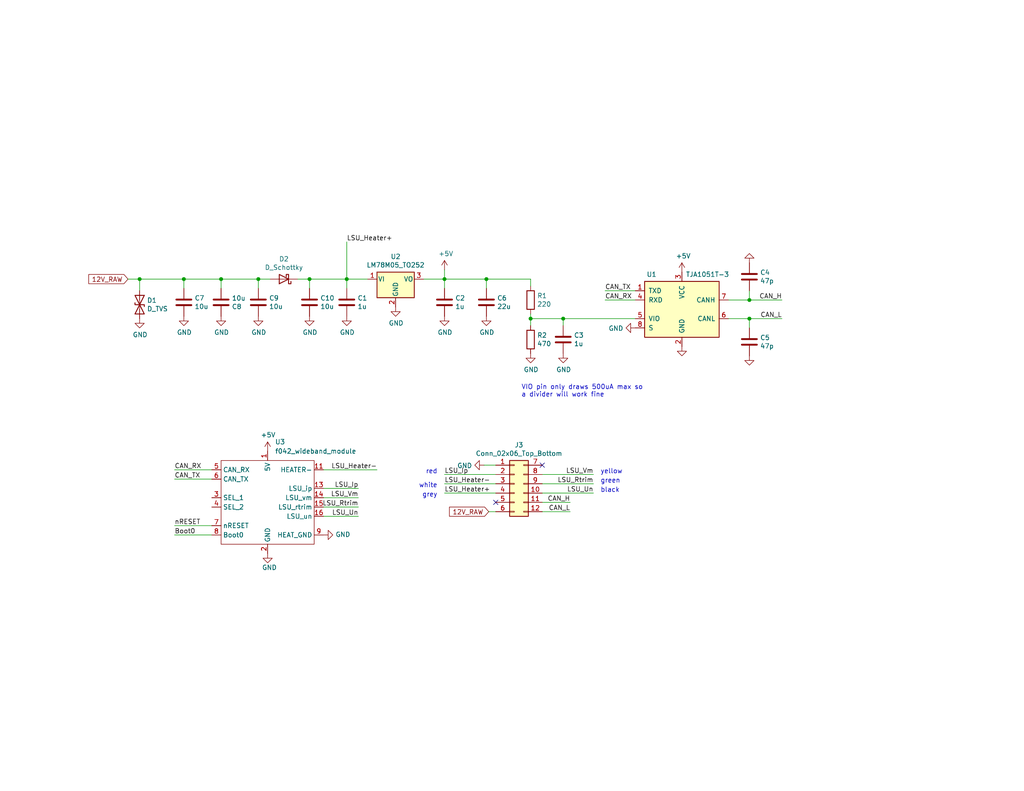
<source format=kicad_sch>
(kicad_sch (version 20211123) (generator eeschema)
  (paper "USLetter")
  (lib_symbols
    (symbol "Connector_Generic:Conn_02x06_Top_Bottom" (pin_names (offset 1.016) hide)
      (property "Reference" "J" (at 1.27 7.62 0))
      (property "Value" "Conn_02x06_Top_Bottom" (at 1.27 -10.16 0))
      (symbol "Conn_02x06_Top_Bottom_1_1"
        (rectangle (start -1.27 -7.493) (end 0 -7.747) (stroke (width 0.1524)))
        (rectangle (start -1.27 -4.953) (end 0 -5.207) (stroke (width 0.1524)))
        (rectangle (start -1.27 -2.413) (end 0 -2.667) (stroke (width 0.1524)))
        (rectangle (start -1.27 0.127) (end 0 -0.127) (stroke (width 0.1524)))
        (rectangle (start -1.27 2.667) (end 0 2.413) (stroke (width 0.1524)))
        (rectangle (start -1.27 5.207) (end 0 4.953) (stroke (width 0.1524)))
        (rectangle (start -1.27 6.35) (end 3.81 -8.89) (stroke (width 0.254)) (fill (type background)))
        (rectangle (start 3.81 -7.493) (end 2.54 -7.747) (stroke (width 0.1524)))
        (rectangle (start 3.81 -4.953) (end 2.54 -5.207) (stroke (width 0.1524)))
        (rectangle (start 3.81 -2.413) (end 2.54 -2.667) (stroke (width 0.1524)))
        (rectangle (start 3.81 0.127) (end 2.54 -0.127) (stroke (width 0.1524)))
        (rectangle (start 3.81 2.667) (end 2.54 2.413) (stroke (width 0.1524)))
        (rectangle (start 3.81 5.207) (end 2.54 4.953) (stroke (width 0.1524)))
        (pin passive line (at -5.08 5.08 0) (length 3.81) (name "Pin_1") (number "1"))
        (pin passive line (at 7.62 -2.54 180) (length 3.81) (name "Pin_10") (number "10"))
        (pin passive line (at 7.62 -5.08 180) (length 3.81) (name "Pin_11") (number "11"))
        (pin passive line (at 7.62 -7.62 180) (length 3.81) (name "Pin_12") (number "12"))
        (pin passive line (at -5.08 2.54 0) (length 3.81) (name "Pin_2") (number "2"))
        (pin passive line (at -5.08 0 0) (length 3.81) (name "Pin_3") (number "3"))
        (pin passive line (at -5.08 -2.54 0) (length 3.81) (name "Pin_4") (number "4"))
        (pin passive line (at -5.08 -5.08 0) (length 3.81) (name "Pin_5") (number "5"))
        (pin passive line (at -5.08 -7.62 0) (length 3.81) (name "Pin_6") (number "6"))
        (pin passive line (at 7.62 5.08 180) (length 3.81) (name "Pin_7") (number "7"))
        (pin passive line (at 7.62 2.54 180) (length 3.81) (name "Pin_8") (number "8"))
        (pin passive line (at 7.62 0 180) (length 3.81) (name "Pin_9") (number "9"))
      )
    )
    (symbol "Device:C" (pin_numbers hide) (pin_names (offset 0.254))
      (property "Reference" "C" (at 0.635 2.54 0))
      (property "Value" "C" (at 0.635 -2.54 0))
      (symbol "C_0_1"
        (polyline (pts (xy -2.032 -0.762) (xy 2.032 -0.762)) (stroke (width 0.508)))
        (polyline (pts (xy -2.032 0.762) (xy 2.032 0.762)) (stroke (width 0.508)))
      )
      (symbol "C_1_1"
        (pin passive line (at 0 3.81 270) (length 2.794) (name "~") (number "1"))
        (pin passive line (at 0 -3.81 90) (length 2.794) (name "~") (number "2"))
      )
    )
    (symbol "Device:D_Schottky" (pin_numbers hide) (pin_names (offset 1.016) hide)
      (property "Reference" "D" (at 0 2.54 0))
      (property "Value" "D_Schottky" (at 0 -2.54 0))
      (symbol "D_Schottky_0_1"
        (polyline (pts (xy 1.27 0) (xy -1.27 0)))
        (polyline (pts (xy 1.27 1.27) (xy 1.27 -1.27) (xy -1.27 0) (xy 1.27 1.27)) (stroke (width 0.254)))
        (polyline (pts (xy -1.905 0.635) (xy -1.905 1.27) (xy -1.27 1.27) (xy -1.27 -1.27) (xy -0.635 -1.27) (xy -0.635 -0.635)) (stroke (width 0.254)))
      )
      (symbol "D_Schottky_1_1"
        (pin passive line (at -3.81 0 0) (length 2.54) (name "K") (number "1"))
        (pin passive line (at 3.81 0 180) (length 2.54) (name "A") (number "2"))
      )
    )
    (symbol "Device:D_TVS" (pin_numbers hide) (pin_names (offset 1.016) hide)
      (property "Reference" "D" (at 0 2.54 0))
      (property "Value" "D_TVS" (at 0 -2.54 0))
      (symbol "D_TVS_0_1"
        (polyline (pts (xy 1.27 0) (xy -1.27 0)))
        (polyline (pts (xy 0.508 1.27) (xy 0 1.27) (xy 0 -1.27) (xy -0.508 -1.27)) (stroke (width 0.254)))
        (polyline (pts (xy -2.54 1.27) (xy -2.54 -1.27) (xy 2.54 1.27) (xy 2.54 -1.27) (xy -2.54 1.27)) (stroke (width 0.254)))
      )
      (symbol "D_TVS_1_1"
        (pin passive line (at -3.81 0 0) (length 2.54) (name "A1") (number "1"))
        (pin passive line (at 3.81 0 180) (length 2.54) (name "A2") (number "2"))
      )
    )
    (symbol "Device:R" (pin_numbers hide) (pin_names (offset 0))
      (property "Reference" "R" (at 2.032 0 90))
      (property "Value" "R" (at 0 0 90))
      (symbol "R_0_1"
        (rectangle (start -1.016 -2.54) (end 1.016 2.54) (stroke (width 0.254)))
      )
      (symbol "R_1_1"
        (pin passive line (at 0 3.81 270) (length 1.27) (name "~") (number "1"))
        (pin passive line (at 0 -3.81 90) (length 1.27) (name "~") (number "2"))
      )
    )
    (symbol "Interface_CAN_LIN:TJA1051T-3" (pin_names (offset 1.016))
      (property "Reference" "U" (at -10.16 8.89 0))
      (property "Value" "TJA1051T-3" (at 1.27 8.89 0))
      (symbol "TJA1051T-3_0_1"
        (rectangle (start -10.16 7.62) (end 10.16 -7.62) (stroke (width 0.254)) (fill (type background)))
      )
      (symbol "TJA1051T-3_1_1"
        (pin input line (at -12.7 5.08 0) (length 2.54) (name "TXD") (number "1"))
        (pin power_in line (at 0 -10.16 90) (length 2.54) (name "GND") (number "2"))
        (pin power_in line (at 0 10.16 270) (length 2.54) (name "VCC") (number "3"))
        (pin output line (at -12.7 2.54 0) (length 2.54) (name "RXD") (number "4"))
        (pin power_in line (at -12.7 -2.54 0) (length 2.54) (name "VIO") (number "5"))
        (pin bidirectional line (at 12.7 -2.54 180) (length 2.54) (name "CANL") (number "6"))
        (pin bidirectional line (at 12.7 2.54 180) (length 2.54) (name "CANH") (number "7"))
        (pin input line (at -12.7 -5.08 0) (length 2.54) (name "S") (number "8"))
      )
    )
    (symbol "Regulator_Linear:LM78M05_TO252" (pin_names (offset 0.254))
      (property "Reference" "U" (at -3.81 3.175 0))
      (property "Value" "LM78M05_TO252" (at 0 3.175 0))
      (symbol "LM78M05_TO252_0_1"
        (rectangle (start -5.08 1.905) (end 5.08 -5.08) (stroke (width 0.254)) (fill (type background)))
      )
      (symbol "LM78M05_TO252_1_1"
        (pin power_in line (at -7.62 0 0) (length 2.54) (name "VI") (number "1"))
        (pin power_in line (at 0 -7.62 90) (length 2.54) (name "GND") (number "2"))
        (pin power_out line (at 7.62 0 180) (length 2.54) (name "VO") (number "3"))
      )
    )
    (symbol "power:+5V" (power) (pin_names (offset 0))
      (property "Value" "+5V" (at 0 3.556 0))
      (symbol "+5V_0_1"
        (polyline (pts (xy -0.762 1.27) (xy 0 2.54)))
        (polyline (pts (xy 0 0) (xy 0 2.54)))
        (polyline (pts (xy 0 2.54) (xy 0.762 1.27)))
      )
      (symbol "+5V_1_1"
        (pin power_in line (at 0 0 90) (length 0) hide (name "+5V") (number "1"))
      )
    )
    (symbol "power:GND" (power) (pin_names (offset 0))
      (property "Value" "GND" (at 0 -3.81 0))
      (symbol "GND_0_1"
        (polyline (pts (xy 0 0) (xy 0 -1.27) (xy 1.27 -1.27) (xy 0 -2.54) (xy -1.27 -1.27) (xy 0 -1.27)))
      )
      (symbol "GND_1_1"
        (pin power_in line (at 0 0 270) (length 0) hide (name "GND") (number "1"))
      )
    )
    (symbol "wideband_module:f042_wideband_module"
      (property "Reference" "U" (at 5.08 -12.7 0))
      (property "Value" "f042_wideband_module" (at 12.7 12.7 0))
      (symbol "f042_wideband_module_0_1"
        (rectangle (start -12.7 11.43) (end 12.7 -11.43))
      )
      (symbol "f042_wideband_module_1_1"
        (pin power_in line (at 0 13.97 270) (length 2.54) (name "5V") (number "1"))
        (pin power_in line (at 15.24 -8.89 180) (length 2.54) hide (name "HEAT_GND2") (number "10"))
        (pin power_out line (at 15.24 8.89 180) (length 2.54) (name "HEATER-") (number "11"))
        (pin power_out line (at 15.24 8.89 180) (length 2.54) hide (name "HEATER-") (number "12"))
        (pin bidirectional line (at 15.24 3.81 180) (length 2.54) (name "LSU_ip") (number "13"))
        (pin bidirectional line (at 15.24 1.27 180) (length 2.54) (name "LSU_vm") (number "14"))
        (pin bidirectional line (at 15.24 -1.27 180) (length 2.54) (name "LSU_rtrim") (number "15"))
        (pin bidirectional line (at 15.24 -3.81 180) (length 2.54) (name "LSU_un") (number "16"))
        (pin power_in line (at 0 -13.97 90) (length 2.54) (name "GND") (number "2"))
        (pin input line (at -15.24 1.27 0) (length 2.54) (name "SEL_1") (number "3"))
        (pin input line (at -15.24 -1.27 0) (length 2.54) (name "SEL_2") (number "4"))
        (pin input line (at -15.24 8.89 0) (length 2.54) (name "CAN_RX") (number "5"))
        (pin output line (at -15.24 6.35 0) (length 2.54) (name "CAN_TX") (number "6"))
        (pin input line (at -15.24 -6.35 0) (length 2.54) (name "nRESET") (number "7"))
        (pin input line (at -15.24 -8.89 0) (length 2.54) (name "Boot0") (number "8"))
        (pin power_in line (at 15.24 -8.89 180) (length 2.54) (name "HEAT_GND") (number "9"))
      )
    )
  )
  (junction (at 204.47 81.915))
  (junction (at 50.165 76.2))
  (junction (at 70.485 76.2))
  (junction (at 84.455 76.2))
  (junction (at 153.67 86.995))
  (junction (at 204.47 86.995))
  (junction (at 60.325 76.2))
  (junction (at 121.285 76.2))
  (junction (at 132.715 76.2))
  (junction (at 144.78 86.995))
  (junction (at 94.615 76.2))
  (junction (at 38.1 76.2))
  (no_connect (at 147.955 127))
  (no_connect (at 135.255 137.16))
  (wire (pts (xy 88.265 135.89) (xy 97.79 135.89)))
  (wire (pts (xy 60.325 76.2) (xy 60.325 78.74)))
  (wire (pts (xy 88.265 140.97) (xy 97.79 140.97)))
  (wire (pts (xy 132.08 127) (xy 135.255 127)))
  (wire (pts (xy 133.35 139.7) (xy 135.255 139.7)))
  (wire (pts (xy 204.47 81.915) (xy 198.755 81.915)))
  (wire (pts (xy 121.285 129.54) (xy 135.255 129.54)))
  (wire (pts (xy 97.79 133.35) (xy 88.265 133.35)))
  (wire (pts (xy 144.78 85.725) (xy 144.78 86.995)))
  (wire (pts (xy 50.165 78.74) (xy 50.165 76.2)))
  (wire (pts (xy 153.67 88.9) (xy 153.67 86.995)))
  (wire (pts (xy 121.285 132.08) (xy 135.255 132.08)))
  (wire (pts (xy 121.285 76.2) (xy 121.285 78.74)))
  (wire (pts (xy 38.1 76.2) (xy 38.1 79.375)))
  (wire (pts (xy 135.255 134.62) (xy 121.285 134.62)))
  (wire (pts (xy 47.625 128.27) (xy 57.785 128.27)))
  (wire (pts (xy 213.36 86.995) (xy 204.47 86.995)))
  (wire (pts (xy 50.165 76.2) (xy 60.325 76.2)))
  (wire (pts (xy 94.615 66.04) (xy 94.615 76.2)))
  (wire (pts (xy 155.575 139.7) (xy 147.955 139.7)))
  (wire (pts (xy 34.925 76.2) (xy 38.1 76.2)))
  (wire (pts (xy 165.1 79.375) (xy 173.355 79.375)))
  (wire (pts (xy 144.78 86.995) (xy 144.78 88.9)))
  (wire (pts (xy 132.715 76.2) (xy 121.285 76.2)))
  (wire (pts (xy 147.955 129.54) (xy 161.925 129.54)))
  (wire (pts (xy 147.955 132.08) (xy 161.925 132.08)))
  (wire (pts (xy 144.78 76.2) (xy 132.715 76.2)))
  (wire (pts (xy 121.285 76.2) (xy 121.285 73.66)))
  (wire (pts (xy 144.78 78.105) (xy 144.78 76.2)))
  (wire (pts (xy 84.455 78.74) (xy 84.455 76.2)))
  (wire (pts (xy 213.36 81.915) (xy 204.47 81.915)))
  (wire (pts (xy 60.325 76.2) (xy 70.485 76.2)))
  (wire (pts (xy 84.455 76.2) (xy 94.615 76.2)))
  (wire (pts (xy 47.625 143.51) (xy 57.785 143.51)))
  (wire (pts (xy 204.47 86.995) (xy 204.47 89.535)))
  (wire (pts (xy 204.47 86.995) (xy 198.755 86.995)))
  (wire (pts (xy 153.67 86.995) (xy 173.355 86.995)))
  (wire (pts (xy 144.78 86.995) (xy 153.67 86.995)))
  (wire (pts (xy 204.47 79.375) (xy 204.47 81.915)))
  (wire (pts (xy 70.485 76.2) (xy 73.66 76.2)))
  (wire (pts (xy 70.485 78.74) (xy 70.485 76.2)))
  (wire (pts (xy 38.1 76.2) (xy 50.165 76.2)))
  (wire (pts (xy 173.355 81.915) (xy 165.1 81.915)))
  (wire (pts (xy 88.265 138.43) (xy 97.79 138.43)))
  (wire (pts (xy 100.33 76.2) (xy 94.615 76.2)))
  (wire (pts (xy 115.57 76.2) (xy 121.285 76.2)))
  (wire (pts (xy 47.625 146.05) (xy 57.785 146.05)))
  (wire (pts (xy 155.575 137.16) (xy 147.955 137.16)))
  (wire (pts (xy 94.615 78.74) (xy 94.615 76.2)))
  (wire (pts (xy 132.715 78.74) (xy 132.715 76.2)))
  (wire (pts (xy 47.625 130.81) (xy 57.785 130.81)))
  (wire (pts (xy 81.28 76.2) (xy 84.455 76.2)))
  (wire (pts (xy 147.955 134.62) (xy 161.925 134.62)))
  (wire (pts (xy 102.87 128.27) (xy 88.265 128.27)))
  (text "yellow" (at 163.83 129.54 0) (effects (font (size 1.27 1.27)) (justify left bottom)))
  (text "green" (at 163.83 132.08 0) (effects (font (size 1.27 1.27)) (justify left bottom)))
  (text "red" (at 119.38 129.54 180) (effects (font (size 1.27 1.27)) (justify right bottom)))
  (text "black" (at 163.83 134.62 0) (effects (font (size 1.27 1.27)) (justify left bottom)))
  (text "white" (at 119.38 133.35 180) (effects (font (size 1.27 1.27)) (justify right bottom)))
  (text "VIO pin only draws 500uA max so\na divider will work fine" (at 142.24 108.585 0) (effects (font (size 1.27 1.27)) (justify left bottom)))
  (text "grey" (at 119.38 135.89 180) (effects (font (size 1.27 1.27)) (justify right bottom)))
  (label "LSU_Ip" (at 121.285 129.54 0))
  (label "LSU_Un" (at 161.925 134.62 180))
  (label "LSU_Un" (at 97.79 140.97 180))
  (label "CAN_RX" (at 47.625 128.27 0))
  (label "CAN_H" (at 213.36 81.915 180))
  (label "LSU_Rtrim" (at 161.925 132.08 180))
  (label "LSU_Heater-" (at 102.87 128.27 180))
  (label "LSU_Vm" (at 97.79 135.89 180))
  (label "CAN_H" (at 155.575 137.16 180))
  (label "CAN_TX" (at 165.1 79.375 0))
  (label "LSU_Heater+" (at 121.285 134.62 0))
  (label "CAN_L" (at 213.36 86.995 180))
  (label "Boot0" (at 47.625 146.05 0))
  (label "LSU_Vm" (at 161.925 129.54 180))
  (label "LSU_Heater-" (at 121.285 132.08 0))
  (label "nRESET" (at 47.625 143.51 0))
  (label "LSU_Ip" (at 97.79 133.35 180))
  (label "CAN_RX" (at 165.1 81.915 0))
  (label "LSU_Heater+" (at 94.615 66.04 0))
  (label "CAN_TX" (at 47.625 130.81 0))
  (label "CAN_L" (at 155.575 139.7 180))
  (label "LSU_Rtrim" (at 97.79 138.43 180))
  (global_label "12V_RAW" (shape input) (at 133.35 139.7 180) (property "Intersheet References" "${INTERSHEET_REFS}" (effects hide)))
  (global_label "12V_RAW" (shape input) (at 34.925 76.2 180) (property "Intersheet References" "${INTERSHEET_REFS}" (effects hide)))
  (symbol (lib_id "power:GND") (at 186.055 94.615 0) (unit 1)
    (property "Reference" "#PWR0101" (effects hide))
    (property "Value" "GND" (effects hide))
  )
  (symbol (lib_id "Device:D_Schottky") (at 77.47 76.2 180) (unit 1)
    (property "Reference" "D2" (at 77.47 70.7136 0))
    (property "Value" "D_Schottky" (at 77.47 73.025 0))
    (property "Footprint" "Diode_SMD:D_SMA" (effects hide))
    (property "LCSC" "C22452" (effects hide))
  )
  (symbol (lib_id "Device:D_TVS") (at 38.1 83.185 270) (unit 1)
    (property "Reference" "D1" (at 40.1066 82.0166 90) (effects (justify left)))
    (property "Value" "D_TVS" (at 40.1066 84.328 90) (effects (justify left)))
    (property "Footprint" "Diode_SMD:D_SMC" (effects hide))
    (property "LCSC" "C151279" (effects hide))
  )
  (symbol (lib_id "power:GND") (at 38.1 86.995 0) (unit 1)
    (property "Reference" "#PWR0102" (effects hide))
    (property "Value" "GND" (at 38.227 91.3892 0))
  )
  (symbol (lib_id "Device:C") (at 94.615 82.55 0) (unit 1)
    (property "Reference" "C1" (at 97.536 81.3816 0) (effects (justify left)))
    (property "Value" "1u" (at 97.536 83.693 0) (effects (justify left)))
    (property "Footprint" "Capacitor_SMD:C_0603_1608Metric" (effects hide))
    (property "LCSC" "C15849" (effects hide))
  )
  (symbol (lib_id "power:GND") (at 94.615 86.36 0) (unit 1)
    (property "Reference" "#PWR0103" (effects hide))
    (property "Value" "GND" (at 94.742 90.7542 0))
  )
  (symbol (lib_id "Regulator_Linear:LM78M05_TO252") (at 107.95 76.2 0) (unit 1)
    (property "Reference" "U2" (at 107.95 70.0532 0))
    (property "Value" "LM78M05_TO252" (at 107.95 72.3646 0))
    (property "Footprint" "Package_TO_SOT_SMD:TO-252-2" (effects hide))
    (property "Datasheet" "http://www.fairchildsemi.com/ds/LM/LM78M05.pdf" (effects hide))
    (property "LCSC" "C58069" (effects hide))
  )
  (symbol (lib_id "power:GND") (at 107.95 83.82 0) (unit 1)
    (property "Reference" "#PWR0104" (effects hide))
    (property "Value" "GND" (at 108.077 88.2142 0))
  )
  (symbol (lib_id "power:+5V") (at 121.285 73.66 0) (unit 1)
    (property "Reference" "#PWR0105" (effects hide))
    (property "Value" "+5V" (at 121.666 69.2658 0))
  )
  (symbol (lib_id "Interface_CAN_LIN:TJA1051T-3") (at 186.055 84.455 0) (unit 1)
    (property "Reference" "U1" (at 177.8 74.93 0))
    (property "Value" "TJA1051T-3" (at 193.04 74.93 0))
    (property "Footprint" "Package_SO:SOIC-8_3.9x4.9mm_P1.27mm" (effects hide))
    (property "Datasheet" "http://www.nxp.com/documents/data_sheet/TJA1051.pdf" (effects hide))
    (property "LCSC" "C38695" (effects hide))
  )
  (symbol (lib_id "power:+5V") (at 186.055 74.295 0) (unit 1)
    (property "Reference" "#PWR0106" (effects hide))
    (property "Value" "+5V" (at 186.436 69.9008 0))
  )
  (symbol (lib_id "power:GND") (at 173.355 89.535 270) (unit 1)
    (property "Reference" "#PWR0107" (effects hide))
    (property "Value" "GND" (at 170.1038 89.662 90) (effects (justify right)))
  )
  (symbol (lib_id "Device:C") (at 121.285 82.55 0) (unit 1)
    (property "Reference" "C2" (at 124.206 81.3816 0) (effects (justify left)))
    (property "Value" "1u" (at 124.206 83.693 0) (effects (justify left)))
    (property "Footprint" "Capacitor_SMD:C_0603_1608Metric" (effects hide))
    (property "LCSC" "C15849" (effects hide))
  )
  (symbol (lib_id "power:GND") (at 121.285 86.36 0) (unit 1)
    (property "Reference" "#PWR0109" (effects hide))
    (property "Value" "GND" (at 121.412 90.7542 0))
  )
  (symbol (lib_id "Device:R") (at 144.78 81.915 0) (unit 1)
    (property "Reference" "R1" (at 146.558 80.7466 0) (effects (justify left)))
    (property "Value" "220" (at 146.558 83.058 0) (effects (justify left)))
    (property "Footprint" "Resistor_SMD:R_0603_1608Metric" (effects hide))
    (property "LCSC" "C22962" (effects hide))
  )
  (symbol (lib_id "Device:R") (at 144.78 92.71 0) (unit 1)
    (property "Reference" "R2" (at 146.558 91.5416 0) (effects (justify left)))
    (property "Value" "470" (at 146.558 93.853 0) (effects (justify left)))
    (property "Footprint" "Resistor_SMD:R_0603_1608Metric" (effects hide))
    (property "LCSC" "C23179" (effects hide))
  )
  (symbol (lib_id "power:GND") (at 144.78 96.52 0) (unit 1)
    (property "Reference" "#PWR0108" (effects hide))
    (property "Value" "GND" (at 144.907 100.9142 0))
  )
  (symbol (lib_id "Device:C") (at 153.67 92.71 0) (unit 1)
    (property "Reference" "C3" (at 156.591 91.5416 0) (effects (justify left)))
    (property "Value" "1u" (at 156.591 93.853 0) (effects (justify left)))
    (property "Footprint" "Capacitor_SMD:C_0603_1608Metric" (effects hide))
    (property "LCSC" "C15849" (effects hide))
  )
  (symbol (lib_id "power:GND") (at 153.67 96.52 0) (unit 1)
    (property "Reference" "#PWR0110" (effects hide))
    (property "Value" "GND" (at 153.797 100.9142 0))
  )
  (symbol (lib_id "power:+5V") (at 73.025 123.19 0) (unit 1)
    (property "Reference" "#PWR0111" (effects hide))
    (property "Value" "+5V" (at 71.12 118.745 0) (effects (justify left)))
  )
  (symbol (lib_id "power:GND") (at 73.025 151.13 0) (unit 1)
    (property "Reference" "#PWR0112" (effects hide))
    (property "Value" "GND" (at 75.565 154.94 0) (effects (justify right)))
  )
  (symbol (lib_id "power:GND") (at 88.265 146.05 90) (unit 1)
    (property "Reference" "#PWR0113" (effects hide))
    (property "Value" "GND" (at 91.5162 145.923 90) (effects (justify right)))
  )
  (symbol (lib_id "Device:C") (at 204.47 75.565 0) (unit 1)
    (property "Reference" "C4" (at 207.391 74.3966 0) (effects (justify left)))
    (property "Value" "47p" (at 207.391 76.708 0) (effects (justify left)))
    (property "Footprint" "Capacitor_SMD:C_0402_1005Metric" (effects hide))
    (property "LCSC" "C1567" (effects hide))
  )
  (symbol (lib_id "Device:C") (at 204.47 93.345 0) (unit 1)
    (property "Reference" "C5" (at 207.391 92.1766 0) (effects (justify left)))
    (property "Value" "47p" (at 207.391 94.488 0) (effects (justify left)))
    (property "Footprint" "Capacitor_SMD:C_0402_1005Metric" (effects hide))
    (property "LCSC" "C1567" (effects hide))
  )
  (symbol (lib_id "power:GND") (at 204.47 97.155 0) (unit 1)
    (property "Reference" "#PWR0114" (effects hide))
    (property "Value" "GND" (effects hide))
  )
  (symbol (lib_id "power:GND") (at 204.47 71.755 180) (unit 1)
    (property "Reference" "#PWR0116" (effects hide))
    (property "Value" "GND" (effects hide))
  )
  (symbol (lib_id "Connector_Generic:Conn_02x06_Top_Bottom") (at 140.335 132.08 0) (unit 1)
    (property "Reference" "J3" (at 141.605 121.4882 0))
    (property "Value" "Conn_02x06_Top_Bottom" (at 141.605 123.7996 0))
    (property "Footprint" "mx120:mx120g-12" (effects hide))
  )
  (symbol (lib_id "power:GND") (at 132.08 127 270) (unit 1)
    (property "Reference" "#PWR0115" (effects hide))
    (property "Value" "GND" (at 128.8288 127.127 90) (effects (justify right)))
  )
  (symbol (lib_id "Device:C") (at 132.715 82.55 0) (unit 1)
    (property "Reference" "C6" (at 135.636 81.3816 0) (effects (justify left)))
    (property "Value" "22u" (at 135.636 83.693 0) (effects (justify left)))
    (property "Footprint" "Capacitor_SMD:C_0805_2012Metric" (effects hide))
    (property "LCSC" "C45783" (effects hide))
  )
  (symbol (lib_id "power:GND") (at 132.715 86.36 0) (unit 1)
    (property "Reference" "#PWR0117" (effects hide))
    (property "Value" "GND" (at 132.842 90.7542 0))
  )
  (symbol (lib_id "Device:C") (at 50.165 82.55 0) (unit 1)
    (property "Reference" "C7" (at 53.086 81.3816 0) (effects (justify left)))
    (property "Value" "10u" (at 53.086 83.693 0) (effects (justify left)))
    (property "Footprint" "Capacitor_SMD:C_1206_3216Metric" (effects hide))
    (property "LCSC" "C13585" (effects hide))
  )
  (symbol (lib_id "Device:C") (at 70.485 82.55 0) (unit 1)
    (property "Reference" "C9" (at 73.406 81.3816 0) (effects (justify left)))
    (property "Value" "10u" (at 73.406 83.693 0) (effects (justify left)))
    (property "Footprint" "Capacitor_SMD:C_1206_3216Metric" (effects hide))
    (property "LCSC" "C13585" (effects hide))
  )
  (symbol (lib_id "Device:C") (at 60.325 82.55 0) (mirror x) (unit 1)
    (property "Reference" "C8" (at 63.246 83.7184 0) (effects (justify left)))
    (property "Value" "10u" (at 63.246 81.407 0) (effects (justify left)))
    (property "Footprint" "Capacitor_SMD:C_1206_3216Metric" (effects hide))
    (property "LCSC" "C13585" (effects hide))
  )
  (symbol (lib_id "power:GND") (at 70.485 86.36 0) (unit 1)
    (property "Reference" "#PWR0118" (effects hide))
    (property "Value" "GND" (at 70.612 90.7542 0))
  )
  (symbol (lib_id "power:GND") (at 60.325 86.36 0) (unit 1)
    (property "Reference" "#PWR0119" (effects hide))
    (property "Value" "GND" (at 60.452 90.7542 0))
  )
  (symbol (lib_id "power:GND") (at 50.165 86.36 0) (unit 1)
    (property "Reference" "#PWR0120" (effects hide))
    (property "Value" "GND" (at 50.292 90.7542 0))
  )
  (symbol (lib_id "Device:C") (at 84.455 82.55 0) (unit 1)
    (property "Reference" "C10" (at 87.376 81.3816 0) (effects (justify left)))
    (property "Value" "10u" (at 87.376 83.693 0) (effects (justify left)))
    (property "Footprint" "Capacitor_SMD:C_1206_3216Metric" (effects hide))
    (property "LCSC" "C13585" (effects hide))
  )
  (symbol (lib_id "power:GND") (at 84.455 86.36 0) (unit 1)
    (property "Reference" "#PWR0121" (effects hide))
    (property "Value" "GND" (at 84.582 90.7542 0))
  )
  (symbol (lib_id "wideband_module:f042_wideband_module") (at 73.025 137.16 0) (unit 1)
    (property "Reference" "U3" (at 75.0444 120.65 0) (effects (justify left)))
    (property "Value" "f042_wideband_module" (at 75.0444 123.19 0) (effects (justify left)))
    (property "Footprint" "wideband_module:f042_wideband_module" (effects hide))
  )
)
</source>
